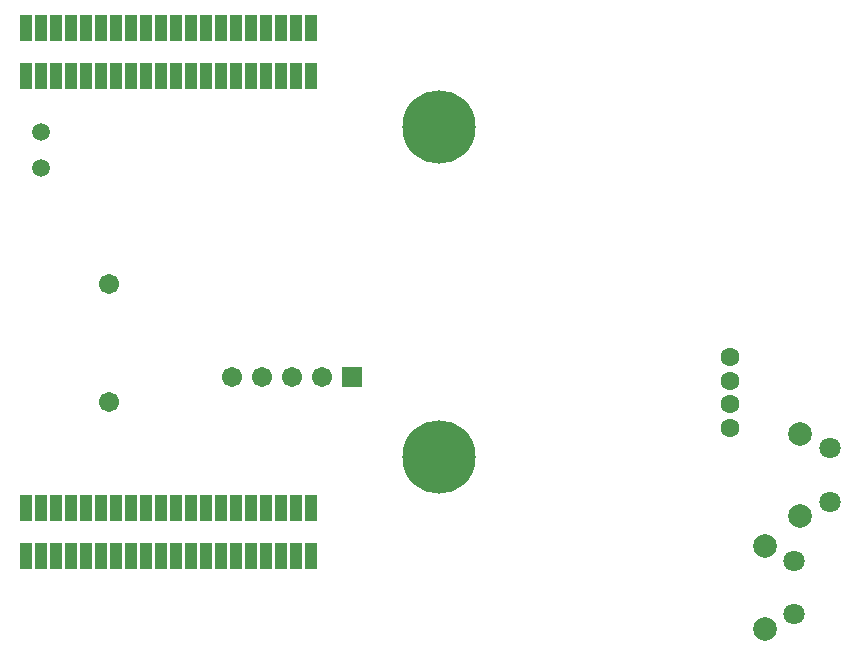
<source format=gbr>
%FSLAX43Y43*%
%MOMM*%
G71*
G01*
G75*
G04 Layer_Color=16711935*
%ADD10C,0.600*%
%ADD11R,0.550X1.450*%
%ADD12R,1.000X1.000*%
%ADD13R,0.900X0.950*%
%ADD14R,0.900X0.950*%
%ADD15R,0.762X1.372*%
%ADD16R,1.372X0.762*%
%ADD17R,1.372X0.864*%
%ADD18R,0.864X1.372*%
%ADD19O,2.500X0.700*%
%ADD20R,2.032X2.032*%
%ADD21C,0.300*%
%ADD22C,0.200*%
%ADD23C,1.500*%
%ADD24C,1.400*%
%ADD25C,1.600*%
%ADD26C,1.800*%
%ADD27C,1.300*%
%ADD28R,1.500X1.500*%
%ADD29C,6.000*%
%ADD30C,0.800*%
%ADD31R,0.800X2.000*%
%ADD32C,0.250*%
%ADD33C,0.508*%
%ADD34C,0.100*%
%ADD35C,0.152*%
%ADD36C,0.018*%
%ADD37C,0.013*%
%ADD38C,0.254*%
%ADD39C,0.400*%
%ADD40C,0.150*%
%ADD41C,0.500*%
%ADD42R,28.300X4.300*%
%ADD43C,1.500*%
%ADD44R,0.753X1.653*%
%ADD45R,1.203X1.203*%
%ADD46R,1.103X1.153*%
%ADD47R,1.103X1.153*%
%ADD48R,0.965X1.575*%
%ADD49R,1.575X0.965*%
%ADD50R,1.575X1.067*%
%ADD51R,1.067X1.575*%
%ADD52O,2.703X0.903*%
%ADD53R,2.235X2.235*%
%ADD54C,1.703*%
%ADD55C,1.603*%
%ADD56C,1.803*%
%ADD57C,2.003*%
%ADD58C,1.503*%
%ADD59R,1.703X1.703*%
%ADD60C,6.203*%
%ADD61R,1.003X2.203*%
D54*
X-29200Y-9300D02*
D03*
Y700D02*
D03*
X-18760Y-7200D02*
D03*
X-16220D02*
D03*
X-13680D02*
D03*
X-11140D02*
D03*
D55*
X23400Y-11500D02*
D03*
Y-5500D02*
D03*
Y-7500D02*
D03*
Y-9500D02*
D03*
D56*
X28850Y-22750D02*
D03*
Y-27250D02*
D03*
X31850Y-13250D02*
D03*
Y-17750D02*
D03*
D57*
X26350Y-21500D02*
D03*
Y-28500D02*
D03*
X29350Y-12000D02*
D03*
Y-19000D02*
D03*
D58*
X-34900Y10450D02*
D03*
Y13550D02*
D03*
D59*
X-8600Y-7200D02*
D03*
D60*
X-1200Y-14000D02*
D03*
Y14000D02*
D03*
D61*
X-36165Y22320D02*
D03*
X-33625D02*
D03*
X-34895D02*
D03*
X-32355D02*
D03*
X-31085D02*
D03*
X-28545D02*
D03*
X-29815D02*
D03*
X-27275D02*
D03*
X-26005D02*
D03*
X-13305D02*
D03*
X-14575D02*
D03*
X-12035D02*
D03*
X-18385D02*
D03*
X-19655D02*
D03*
X-17115D02*
D03*
X-15845D02*
D03*
X-20925D02*
D03*
X-22195D02*
D03*
X-24735D02*
D03*
X-23465D02*
D03*
X-22195Y18320D02*
D03*
X-23465D02*
D03*
X-20925D02*
D03*
X-19655D02*
D03*
X-15845D02*
D03*
X-17115D02*
D03*
X-36165D02*
D03*
X-18385D02*
D03*
X-12035D02*
D03*
X-14575D02*
D03*
X-13305D02*
D03*
X-24735D02*
D03*
X-26005D02*
D03*
X-28545D02*
D03*
X-27275D02*
D03*
X-29815D02*
D03*
X-31085D02*
D03*
X-33625D02*
D03*
X-32355D02*
D03*
X-34895D02*
D03*
X-36165Y-18320D02*
D03*
X-33625D02*
D03*
X-34895D02*
D03*
X-32355D02*
D03*
X-31085D02*
D03*
X-28545D02*
D03*
X-29815D02*
D03*
X-27275D02*
D03*
X-26005D02*
D03*
X-13305D02*
D03*
X-14575D02*
D03*
X-12035D02*
D03*
X-18385D02*
D03*
X-19655D02*
D03*
X-17115D02*
D03*
X-15845D02*
D03*
X-20925D02*
D03*
X-22195D02*
D03*
X-24735D02*
D03*
X-23465D02*
D03*
X-22195Y-22320D02*
D03*
X-23465D02*
D03*
X-20925D02*
D03*
X-19655D02*
D03*
X-15845D02*
D03*
X-17115D02*
D03*
X-36165D02*
D03*
X-18385D02*
D03*
X-12035D02*
D03*
X-14575D02*
D03*
X-13305D02*
D03*
X-24735D02*
D03*
X-26005D02*
D03*
X-28545D02*
D03*
X-27275D02*
D03*
X-29815D02*
D03*
X-31085D02*
D03*
X-33625D02*
D03*
X-32355D02*
D03*
X-34895D02*
D03*
M02*

</source>
